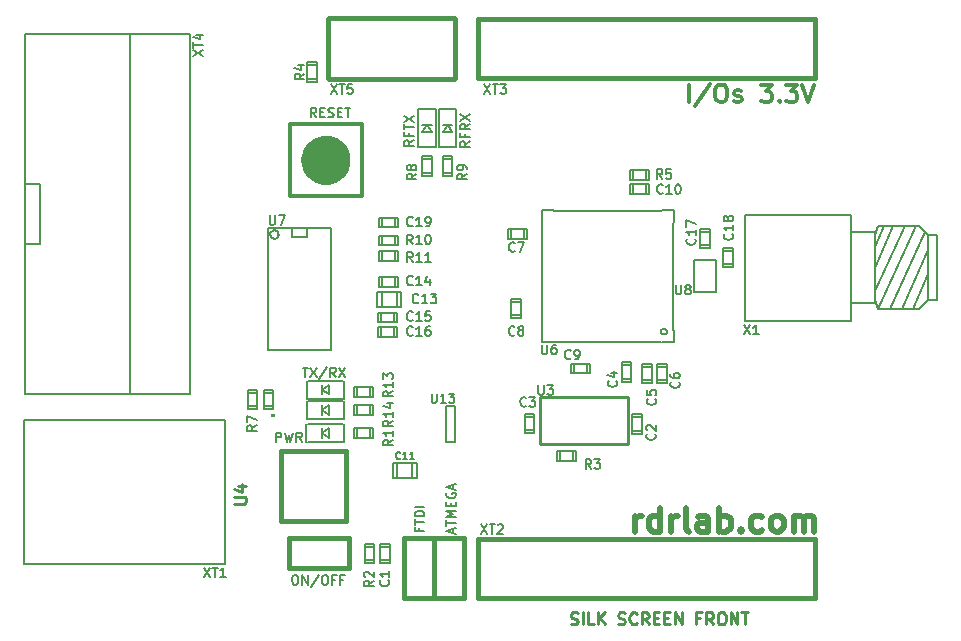
<source format=gto>
G04 (created by PCBNEW-RS274X (2012-01-19 BZR 3256)-stable) date Thu 07 Jun 2012 01:37:20 PM EEST*
G01*
G70*
G90*
%MOIN*%
G04 Gerber Fmt 3.4, Leading zero omitted, Abs format*
%FSLAX34Y34*%
G04 APERTURE LIST*
%ADD10C,0.006000*%
%ADD11C,0.014800*%
%ADD12C,0.019700*%
%ADD13C,0.007900*%
%ADD14C,0.009800*%
%ADD15C,0.005000*%
%ADD16C,0.015000*%
%ADD17C,0.012000*%
%ADD18C,0.100000*%
%ADD19C,0.007500*%
%ADD20C,0.001600*%
%ADD21C,0.005900*%
G04 APERTURE END LIST*
G54D10*
G54D11*
X71426Y-27582D02*
X71426Y-26991D01*
X72129Y-26963D02*
X71622Y-27722D01*
X72438Y-26991D02*
X72551Y-26991D01*
X72607Y-27019D01*
X72663Y-27075D01*
X72692Y-27188D01*
X72692Y-27385D01*
X72663Y-27497D01*
X72607Y-27554D01*
X72551Y-27582D01*
X72438Y-27582D01*
X72382Y-27554D01*
X72326Y-27497D01*
X72298Y-27385D01*
X72298Y-27188D01*
X72326Y-27075D01*
X72382Y-27019D01*
X72438Y-26991D01*
X72917Y-27554D02*
X72973Y-27582D01*
X73085Y-27582D01*
X73142Y-27554D01*
X73170Y-27497D01*
X73170Y-27469D01*
X73142Y-27413D01*
X73085Y-27385D01*
X73001Y-27385D01*
X72945Y-27357D01*
X72917Y-27300D01*
X72917Y-27272D01*
X72945Y-27216D01*
X73001Y-27188D01*
X73085Y-27188D01*
X73142Y-27216D01*
X73816Y-26991D02*
X74182Y-26991D01*
X73985Y-27216D01*
X74070Y-27216D01*
X74126Y-27244D01*
X74154Y-27272D01*
X74182Y-27328D01*
X74182Y-27469D01*
X74154Y-27525D01*
X74126Y-27554D01*
X74070Y-27582D01*
X73901Y-27582D01*
X73845Y-27554D01*
X73816Y-27525D01*
X74436Y-27525D02*
X74464Y-27554D01*
X74436Y-27582D01*
X74408Y-27554D01*
X74436Y-27525D01*
X74436Y-27582D01*
X74660Y-26991D02*
X75026Y-26991D01*
X74829Y-27216D01*
X74914Y-27216D01*
X74970Y-27244D01*
X74998Y-27272D01*
X75026Y-27328D01*
X75026Y-27469D01*
X74998Y-27525D01*
X74970Y-27554D01*
X74914Y-27582D01*
X74745Y-27582D01*
X74689Y-27554D01*
X74660Y-27525D01*
X75195Y-26991D02*
X75392Y-27582D01*
X75589Y-26991D01*
G54D12*
X69619Y-41893D02*
X69619Y-41368D01*
X69619Y-41518D02*
X69657Y-41443D01*
X69694Y-41406D01*
X69769Y-41368D01*
X69844Y-41368D01*
X70444Y-41893D02*
X70444Y-41106D01*
X70444Y-41856D02*
X70369Y-41893D01*
X70219Y-41893D01*
X70144Y-41856D01*
X70106Y-41818D01*
X70069Y-41743D01*
X70069Y-41518D01*
X70106Y-41443D01*
X70144Y-41406D01*
X70219Y-41368D01*
X70369Y-41368D01*
X70444Y-41406D01*
X70818Y-41893D02*
X70818Y-41368D01*
X70818Y-41518D02*
X70856Y-41443D01*
X70893Y-41406D01*
X70968Y-41368D01*
X71043Y-41368D01*
X71418Y-41893D02*
X71343Y-41856D01*
X71305Y-41781D01*
X71305Y-41106D01*
X72055Y-41893D02*
X72055Y-41481D01*
X72017Y-41406D01*
X71942Y-41368D01*
X71792Y-41368D01*
X71717Y-41406D01*
X72055Y-41856D02*
X71980Y-41893D01*
X71792Y-41893D01*
X71717Y-41856D01*
X71680Y-41781D01*
X71680Y-41706D01*
X71717Y-41631D01*
X71792Y-41593D01*
X71980Y-41593D01*
X72055Y-41556D01*
X72429Y-41893D02*
X72429Y-41106D01*
X72429Y-41406D02*
X72504Y-41368D01*
X72654Y-41368D01*
X72729Y-41406D01*
X72767Y-41443D01*
X72804Y-41518D01*
X72804Y-41743D01*
X72767Y-41818D01*
X72729Y-41856D01*
X72654Y-41893D01*
X72504Y-41893D01*
X72429Y-41856D01*
X73141Y-41818D02*
X73179Y-41856D01*
X73141Y-41893D01*
X73104Y-41856D01*
X73141Y-41818D01*
X73141Y-41893D01*
X73854Y-41856D02*
X73779Y-41893D01*
X73629Y-41893D01*
X73554Y-41856D01*
X73516Y-41818D01*
X73479Y-41743D01*
X73479Y-41518D01*
X73516Y-41443D01*
X73554Y-41406D01*
X73629Y-41368D01*
X73779Y-41368D01*
X73854Y-41406D01*
X74304Y-41893D02*
X74229Y-41856D01*
X74191Y-41818D01*
X74154Y-41743D01*
X74154Y-41518D01*
X74191Y-41443D01*
X74229Y-41406D01*
X74304Y-41368D01*
X74416Y-41368D01*
X74491Y-41406D01*
X74529Y-41443D01*
X74566Y-41518D01*
X74566Y-41743D01*
X74529Y-41818D01*
X74491Y-41856D01*
X74416Y-41893D01*
X74304Y-41893D01*
X74903Y-41893D02*
X74903Y-41368D01*
X74903Y-41443D02*
X74941Y-41406D01*
X75016Y-41368D01*
X75128Y-41368D01*
X75203Y-41406D01*
X75241Y-41481D01*
X75241Y-41893D01*
X75241Y-41481D02*
X75278Y-41406D01*
X75353Y-41368D01*
X75466Y-41368D01*
X75540Y-41406D01*
X75578Y-41481D01*
X75578Y-41893D01*
G54D13*
X64103Y-28888D02*
X63953Y-28993D01*
X64103Y-29068D02*
X63788Y-29068D01*
X63788Y-28948D01*
X63803Y-28918D01*
X63818Y-28903D01*
X63848Y-28888D01*
X63893Y-28888D01*
X63923Y-28903D01*
X63938Y-28918D01*
X63953Y-28948D01*
X63953Y-29068D01*
X63938Y-28648D02*
X63938Y-28753D01*
X64103Y-28753D02*
X63788Y-28753D01*
X63788Y-28603D01*
X64103Y-28303D02*
X63953Y-28408D01*
X64103Y-28483D02*
X63788Y-28483D01*
X63788Y-28363D01*
X63803Y-28333D01*
X63818Y-28318D01*
X63848Y-28303D01*
X63893Y-28303D01*
X63923Y-28318D01*
X63938Y-28333D01*
X63953Y-28363D01*
X63953Y-28483D01*
X63788Y-28198D02*
X64103Y-27988D01*
X63788Y-27988D02*
X64103Y-28198D01*
X62233Y-28850D02*
X62083Y-28955D01*
X62233Y-29030D02*
X61918Y-29030D01*
X61918Y-28910D01*
X61933Y-28880D01*
X61948Y-28865D01*
X61978Y-28850D01*
X62023Y-28850D01*
X62053Y-28865D01*
X62068Y-28880D01*
X62083Y-28910D01*
X62083Y-29030D01*
X62068Y-28610D02*
X62068Y-28715D01*
X62233Y-28715D02*
X61918Y-28715D01*
X61918Y-28565D01*
X61918Y-28490D02*
X61918Y-28310D01*
X62233Y-28400D02*
X61918Y-28400D01*
X61918Y-28235D02*
X62233Y-28025D01*
X61918Y-28025D02*
X62233Y-28235D01*
X58540Y-36426D02*
X58720Y-36426D01*
X58630Y-36741D02*
X58630Y-36426D01*
X58795Y-36426D02*
X59005Y-36741D01*
X59005Y-36426D02*
X58795Y-36741D01*
X59350Y-36411D02*
X59080Y-36816D01*
X59635Y-36741D02*
X59530Y-36591D01*
X59455Y-36741D02*
X59455Y-36426D01*
X59575Y-36426D01*
X59605Y-36441D01*
X59620Y-36456D01*
X59635Y-36486D01*
X59635Y-36531D01*
X59620Y-36561D01*
X59605Y-36576D01*
X59575Y-36591D01*
X59455Y-36591D01*
X59740Y-36426D02*
X59950Y-36741D01*
X59950Y-36426D02*
X59740Y-36741D01*
X57651Y-38907D02*
X57651Y-38592D01*
X57771Y-38592D01*
X57801Y-38607D01*
X57816Y-38622D01*
X57831Y-38652D01*
X57831Y-38697D01*
X57816Y-38727D01*
X57801Y-38742D01*
X57771Y-38757D01*
X57651Y-38757D01*
X57936Y-38592D02*
X58011Y-38907D01*
X58071Y-38682D01*
X58131Y-38907D01*
X58206Y-38592D01*
X58506Y-38907D02*
X58401Y-38757D01*
X58326Y-38907D02*
X58326Y-38592D01*
X58446Y-38592D01*
X58476Y-38607D01*
X58491Y-38622D01*
X58506Y-38652D01*
X58506Y-38697D01*
X58491Y-38727D01*
X58476Y-38742D01*
X58446Y-38757D01*
X58326Y-38757D01*
X58992Y-28080D02*
X58887Y-27930D01*
X58812Y-28080D02*
X58812Y-27765D01*
X58932Y-27765D01*
X58962Y-27780D01*
X58977Y-27795D01*
X58992Y-27825D01*
X58992Y-27870D01*
X58977Y-27900D01*
X58962Y-27915D01*
X58932Y-27930D01*
X58812Y-27930D01*
X59127Y-27915D02*
X59232Y-27915D01*
X59277Y-28080D02*
X59127Y-28080D01*
X59127Y-27765D01*
X59277Y-27765D01*
X59397Y-28065D02*
X59442Y-28080D01*
X59517Y-28080D01*
X59547Y-28065D01*
X59562Y-28050D01*
X59577Y-28020D01*
X59577Y-27990D01*
X59562Y-27960D01*
X59547Y-27945D01*
X59517Y-27930D01*
X59457Y-27915D01*
X59427Y-27900D01*
X59412Y-27885D01*
X59397Y-27855D01*
X59397Y-27825D01*
X59412Y-27795D01*
X59427Y-27780D01*
X59457Y-27765D01*
X59532Y-27765D01*
X59577Y-27780D01*
X59712Y-27915D02*
X59817Y-27915D01*
X59862Y-28080D02*
X59712Y-28080D01*
X59712Y-27765D01*
X59862Y-27765D01*
X59952Y-27765D02*
X60132Y-27765D01*
X60042Y-28080D02*
X60042Y-27765D01*
X63551Y-41942D02*
X63551Y-41792D01*
X63641Y-41972D02*
X63326Y-41867D01*
X63641Y-41762D01*
X63326Y-41702D02*
X63326Y-41522D01*
X63641Y-41612D02*
X63326Y-41612D01*
X63641Y-41417D02*
X63326Y-41417D01*
X63551Y-41312D01*
X63326Y-41207D01*
X63641Y-41207D01*
X63476Y-41057D02*
X63476Y-40952D01*
X63641Y-40907D02*
X63641Y-41057D01*
X63326Y-41057D01*
X63326Y-40907D01*
X63341Y-40607D02*
X63326Y-40637D01*
X63326Y-40682D01*
X63341Y-40727D01*
X63371Y-40757D01*
X63401Y-40772D01*
X63461Y-40787D01*
X63506Y-40787D01*
X63566Y-40772D01*
X63596Y-40757D01*
X63626Y-40727D01*
X63641Y-40682D01*
X63641Y-40652D01*
X63626Y-40607D01*
X63611Y-40592D01*
X63506Y-40592D01*
X63506Y-40652D01*
X63551Y-40472D02*
X63551Y-40322D01*
X63641Y-40502D02*
X63326Y-40397D01*
X63641Y-40292D01*
X62432Y-41783D02*
X62432Y-41888D01*
X62597Y-41888D02*
X62282Y-41888D01*
X62282Y-41738D01*
X62282Y-41663D02*
X62282Y-41483D01*
X62597Y-41573D02*
X62282Y-41573D01*
X62597Y-41378D02*
X62282Y-41378D01*
X62282Y-41303D01*
X62297Y-41258D01*
X62327Y-41228D01*
X62357Y-41213D01*
X62417Y-41198D01*
X62462Y-41198D01*
X62522Y-41213D01*
X62552Y-41228D01*
X62582Y-41258D01*
X62597Y-41303D01*
X62597Y-41378D01*
X62597Y-41063D02*
X62282Y-41063D01*
X58260Y-43345D02*
X58320Y-43345D01*
X58350Y-43360D01*
X58380Y-43390D01*
X58395Y-43450D01*
X58395Y-43555D01*
X58380Y-43615D01*
X58350Y-43645D01*
X58320Y-43660D01*
X58260Y-43660D01*
X58230Y-43645D01*
X58200Y-43615D01*
X58185Y-43555D01*
X58185Y-43450D01*
X58200Y-43390D01*
X58230Y-43360D01*
X58260Y-43345D01*
X58530Y-43660D02*
X58530Y-43345D01*
X58710Y-43660D01*
X58710Y-43345D01*
X59085Y-43330D02*
X58815Y-43735D01*
X59250Y-43345D02*
X59310Y-43345D01*
X59340Y-43360D01*
X59370Y-43390D01*
X59385Y-43450D01*
X59385Y-43555D01*
X59370Y-43615D01*
X59340Y-43645D01*
X59310Y-43660D01*
X59250Y-43660D01*
X59220Y-43645D01*
X59190Y-43615D01*
X59175Y-43555D01*
X59175Y-43450D01*
X59190Y-43390D01*
X59220Y-43360D01*
X59250Y-43345D01*
X59625Y-43495D02*
X59520Y-43495D01*
X59520Y-43660D02*
X59520Y-43345D01*
X59670Y-43345D01*
X59895Y-43495D02*
X59790Y-43495D01*
X59790Y-43660D02*
X59790Y-43345D01*
X59940Y-43345D01*
G54D14*
X67477Y-44965D02*
X67533Y-44983D01*
X67627Y-44983D01*
X67665Y-44965D01*
X67683Y-44946D01*
X67702Y-44908D01*
X67702Y-44871D01*
X67683Y-44833D01*
X67665Y-44815D01*
X67627Y-44796D01*
X67552Y-44777D01*
X67515Y-44758D01*
X67496Y-44740D01*
X67477Y-44702D01*
X67477Y-44665D01*
X67496Y-44627D01*
X67515Y-44608D01*
X67552Y-44589D01*
X67646Y-44589D01*
X67702Y-44608D01*
X67871Y-44983D02*
X67871Y-44589D01*
X68246Y-44983D02*
X68059Y-44983D01*
X68059Y-44589D01*
X68378Y-44983D02*
X68378Y-44589D01*
X68603Y-44983D02*
X68434Y-44758D01*
X68603Y-44589D02*
X68378Y-44815D01*
X69053Y-44965D02*
X69109Y-44983D01*
X69203Y-44983D01*
X69241Y-44965D01*
X69259Y-44946D01*
X69278Y-44908D01*
X69278Y-44871D01*
X69259Y-44833D01*
X69241Y-44815D01*
X69203Y-44796D01*
X69128Y-44777D01*
X69091Y-44758D01*
X69072Y-44740D01*
X69053Y-44702D01*
X69053Y-44665D01*
X69072Y-44627D01*
X69091Y-44608D01*
X69128Y-44589D01*
X69222Y-44589D01*
X69278Y-44608D01*
X69672Y-44946D02*
X69653Y-44965D01*
X69597Y-44983D01*
X69559Y-44983D01*
X69503Y-44965D01*
X69466Y-44927D01*
X69447Y-44890D01*
X69428Y-44815D01*
X69428Y-44758D01*
X69447Y-44683D01*
X69466Y-44646D01*
X69503Y-44608D01*
X69559Y-44589D01*
X69597Y-44589D01*
X69653Y-44608D01*
X69672Y-44627D01*
X70066Y-44983D02*
X69935Y-44796D01*
X69841Y-44983D02*
X69841Y-44589D01*
X69991Y-44589D01*
X70028Y-44608D01*
X70047Y-44627D01*
X70066Y-44665D01*
X70066Y-44721D01*
X70047Y-44758D01*
X70028Y-44777D01*
X69991Y-44796D01*
X69841Y-44796D01*
X70235Y-44777D02*
X70366Y-44777D01*
X70422Y-44983D02*
X70235Y-44983D01*
X70235Y-44589D01*
X70422Y-44589D01*
X70591Y-44777D02*
X70722Y-44777D01*
X70778Y-44983D02*
X70591Y-44983D01*
X70591Y-44589D01*
X70778Y-44589D01*
X70947Y-44983D02*
X70947Y-44589D01*
X71172Y-44983D01*
X71172Y-44589D01*
X71791Y-44777D02*
X71660Y-44777D01*
X71660Y-44983D02*
X71660Y-44589D01*
X71847Y-44589D01*
X72223Y-44983D02*
X72092Y-44796D01*
X71998Y-44983D02*
X71998Y-44589D01*
X72148Y-44589D01*
X72185Y-44608D01*
X72204Y-44627D01*
X72223Y-44665D01*
X72223Y-44721D01*
X72204Y-44758D01*
X72185Y-44777D01*
X72148Y-44796D01*
X71998Y-44796D01*
X72467Y-44589D02*
X72542Y-44589D01*
X72579Y-44608D01*
X72617Y-44646D01*
X72636Y-44721D01*
X72636Y-44852D01*
X72617Y-44927D01*
X72579Y-44965D01*
X72542Y-44983D01*
X72467Y-44983D01*
X72429Y-44965D01*
X72392Y-44927D01*
X72373Y-44852D01*
X72373Y-44721D01*
X72392Y-44646D01*
X72429Y-44608D01*
X72467Y-44589D01*
X72805Y-44983D02*
X72805Y-44589D01*
X73030Y-44983D01*
X73030Y-44589D01*
X73162Y-44589D02*
X73387Y-44589D01*
X73274Y-44983D02*
X73274Y-44589D01*
G54D15*
X57736Y-31989D02*
X57733Y-32016D01*
X57725Y-32042D01*
X57712Y-32067D01*
X57695Y-32088D01*
X57673Y-32105D01*
X57649Y-32118D01*
X57623Y-32127D01*
X57595Y-32129D01*
X57569Y-32127D01*
X57543Y-32119D01*
X57518Y-32106D01*
X57497Y-32089D01*
X57479Y-32068D01*
X57466Y-32044D01*
X57458Y-32018D01*
X57455Y-31990D01*
X57457Y-31964D01*
X57464Y-31938D01*
X57477Y-31913D01*
X57494Y-31892D01*
X57515Y-31874D01*
X57539Y-31860D01*
X57565Y-31852D01*
X57593Y-31849D01*
X57619Y-31851D01*
X57645Y-31858D01*
X57670Y-31870D01*
X57692Y-31887D01*
X57710Y-31908D01*
X57723Y-31932D01*
X57732Y-31958D01*
X57735Y-31986D01*
X57736Y-31989D01*
X58695Y-31789D02*
X58695Y-32089D01*
X58695Y-32089D02*
X58195Y-32089D01*
X58195Y-32089D02*
X58195Y-31789D01*
X57395Y-35839D02*
X57395Y-31789D01*
X59495Y-31789D02*
X59495Y-35839D01*
X59495Y-31789D02*
X57395Y-31789D01*
X59495Y-35839D02*
X57395Y-35839D01*
X63315Y-38907D02*
X63315Y-37707D01*
X63315Y-37707D02*
X63615Y-37707D01*
X63615Y-37707D02*
X63615Y-38907D01*
X63615Y-38907D02*
X63315Y-38907D01*
G54D13*
X77618Y-31920D02*
X77618Y-34282D01*
X79685Y-34184D02*
X79390Y-34184D01*
X79390Y-33298D02*
X78898Y-34479D01*
X79390Y-32510D02*
X78504Y-34479D01*
X79291Y-31920D02*
X78110Y-34479D01*
X78996Y-31723D02*
X77716Y-34479D01*
X78602Y-31723D02*
X77618Y-33888D01*
X79390Y-32018D02*
X79390Y-34184D01*
X78209Y-31723D02*
X77618Y-33101D01*
X77913Y-31723D02*
X77618Y-32412D01*
X77618Y-34184D02*
X77716Y-34479D01*
X79685Y-32018D02*
X79685Y-34184D01*
X79390Y-34184D02*
X79094Y-34479D01*
X79094Y-34479D02*
X77716Y-34479D01*
X77618Y-34282D02*
X76831Y-34282D01*
X79685Y-32018D02*
X79390Y-32018D01*
X79390Y-32018D02*
X79094Y-31723D01*
X79094Y-31723D02*
X77716Y-31723D01*
X77716Y-31723D02*
X77618Y-32018D01*
X77618Y-31920D02*
X76831Y-31920D01*
X73287Y-33101D02*
X73287Y-31329D01*
X73287Y-31329D02*
X76831Y-31329D01*
X76831Y-31329D02*
X76831Y-34873D01*
X76831Y-34873D02*
X73287Y-34873D01*
X73287Y-34873D02*
X73287Y-33101D01*
G54D15*
X58688Y-26795D02*
X59008Y-26795D01*
X58998Y-26355D02*
X58688Y-26355D01*
X59008Y-26255D02*
X59008Y-26895D01*
X59008Y-26895D02*
X58688Y-26895D01*
X58688Y-26895D02*
X58688Y-26255D01*
X58688Y-26255D02*
X59008Y-26255D01*
X61178Y-32035D02*
X61178Y-32355D01*
X61618Y-32345D02*
X61618Y-32035D01*
X61718Y-32355D02*
X61078Y-32355D01*
X61078Y-32355D02*
X61078Y-32035D01*
X61078Y-32035D02*
X61718Y-32035D01*
X61718Y-32035D02*
X61718Y-32355D01*
X61178Y-32547D02*
X61178Y-32867D01*
X61618Y-32857D02*
X61618Y-32547D01*
X61718Y-32867D02*
X61078Y-32867D01*
X61078Y-32867D02*
X61078Y-32547D01*
X61078Y-32547D02*
X61718Y-32547D01*
X61718Y-32547D02*
X61718Y-32867D01*
X60350Y-37074D02*
X60350Y-37394D01*
X60790Y-37384D02*
X60790Y-37074D01*
X60890Y-37394D02*
X60250Y-37394D01*
X60250Y-37394D02*
X60250Y-37074D01*
X60250Y-37074D02*
X60890Y-37074D01*
X60890Y-37074D02*
X60890Y-37394D01*
X60927Y-42397D02*
X60607Y-42397D01*
X60617Y-42837D02*
X60927Y-42837D01*
X60607Y-42937D02*
X60607Y-42297D01*
X60607Y-42297D02*
X60927Y-42297D01*
X60927Y-42297D02*
X60927Y-42937D01*
X60927Y-42937D02*
X60607Y-42937D01*
X60350Y-37684D02*
X60350Y-38004D01*
X60790Y-37994D02*
X60790Y-37684D01*
X60890Y-38004D02*
X60250Y-38004D01*
X60250Y-38004D02*
X60250Y-37684D01*
X60250Y-37684D02*
X60890Y-37684D01*
X60890Y-37684D02*
X60890Y-38004D01*
X67543Y-39530D02*
X67543Y-39210D01*
X67103Y-39220D02*
X67103Y-39530D01*
X67003Y-39210D02*
X67643Y-39210D01*
X67643Y-39210D02*
X67643Y-39530D01*
X67643Y-39530D02*
X67003Y-39530D01*
X67003Y-39530D02*
X67003Y-39210D01*
X69984Y-30160D02*
X69984Y-29840D01*
X69544Y-29850D02*
X69544Y-30160D01*
X69444Y-29840D02*
X70084Y-29840D01*
X70084Y-29840D02*
X70084Y-30160D01*
X70084Y-30160D02*
X69444Y-30160D01*
X69444Y-30160D02*
X69444Y-29840D01*
X57021Y-37261D02*
X56701Y-37261D01*
X56711Y-37701D02*
X57021Y-37701D01*
X56701Y-37801D02*
X56701Y-37161D01*
X56701Y-37161D02*
X57021Y-37161D01*
X57021Y-37161D02*
X57021Y-37801D01*
X57021Y-37801D02*
X56701Y-37801D01*
X57563Y-37261D02*
X57243Y-37261D01*
X57253Y-37701D02*
X57563Y-37701D01*
X57243Y-37801D02*
X57243Y-37161D01*
X57243Y-37161D02*
X57563Y-37161D01*
X57563Y-37161D02*
X57563Y-37801D01*
X57563Y-37801D02*
X57243Y-37801D01*
X60790Y-38762D02*
X60790Y-38442D01*
X60350Y-38452D02*
X60350Y-38762D01*
X60250Y-38442D02*
X60890Y-38442D01*
X60890Y-38442D02*
X60890Y-38762D01*
X60890Y-38762D02*
X60250Y-38762D01*
X60250Y-38762D02*
X60250Y-38442D01*
X63526Y-29485D02*
X63206Y-29485D01*
X63216Y-29925D02*
X63526Y-29925D01*
X63206Y-30025D02*
X63206Y-29385D01*
X63206Y-29385D02*
X63526Y-29385D01*
X63526Y-29385D02*
X63526Y-30025D01*
X63526Y-30025D02*
X63206Y-30025D01*
X62847Y-29485D02*
X62527Y-29485D01*
X62537Y-29925D02*
X62847Y-29925D01*
X62527Y-30025D02*
X62527Y-29385D01*
X62527Y-29385D02*
X62847Y-29385D01*
X62847Y-29385D02*
X62847Y-30025D01*
X62847Y-30025D02*
X62527Y-30025D01*
G54D16*
X64398Y-44102D02*
X75618Y-44102D01*
X64398Y-42134D02*
X75618Y-42134D01*
X75618Y-42126D02*
X75618Y-44094D01*
X64398Y-44094D02*
X64398Y-42126D01*
X64398Y-26779D02*
X75618Y-26779D01*
X64398Y-24811D02*
X75618Y-24811D01*
X75618Y-24803D02*
X75618Y-26771D01*
X64398Y-26771D02*
X64398Y-24803D01*
G54D13*
X59183Y-37993D02*
X59183Y-37679D01*
X59419Y-37993D02*
X59419Y-37679D01*
X59419Y-37679D02*
X59183Y-37836D01*
X59183Y-37836D02*
X59419Y-37993D01*
X59892Y-37541D02*
X58710Y-37541D01*
X58671Y-37541D02*
X58671Y-38131D01*
X58710Y-38131D02*
X59892Y-38131D01*
X59931Y-38131D02*
X59931Y-37541D01*
X59183Y-37324D02*
X59183Y-37010D01*
X59419Y-37324D02*
X59419Y-37010D01*
X59419Y-37010D02*
X59183Y-37167D01*
X59183Y-37167D02*
X59419Y-37324D01*
X59892Y-36872D02*
X58710Y-36872D01*
X58671Y-36872D02*
X58671Y-37462D01*
X58710Y-37462D02*
X59892Y-37462D01*
X59931Y-37462D02*
X59931Y-36872D01*
X62530Y-28327D02*
X62844Y-28327D01*
X62530Y-28563D02*
X62844Y-28563D01*
X62844Y-28563D02*
X62687Y-28327D01*
X62687Y-28327D02*
X62530Y-28563D01*
X62982Y-29036D02*
X62982Y-27854D01*
X62982Y-27815D02*
X62392Y-27815D01*
X62392Y-27854D02*
X62392Y-29036D01*
X62392Y-29075D02*
X62982Y-29075D01*
X63209Y-28327D02*
X63523Y-28327D01*
X63209Y-28563D02*
X63523Y-28563D01*
X63523Y-28563D02*
X63366Y-28327D01*
X63366Y-28327D02*
X63209Y-28563D01*
X63661Y-29036D02*
X63661Y-27854D01*
X63661Y-27815D02*
X63071Y-27815D01*
X63071Y-27854D02*
X63071Y-29036D01*
X63071Y-29075D02*
X63661Y-29075D01*
X59173Y-38759D02*
X59173Y-38445D01*
X59409Y-38759D02*
X59409Y-38445D01*
X59409Y-38445D02*
X59173Y-38602D01*
X59173Y-38602D02*
X59409Y-38759D01*
X59882Y-38307D02*
X58700Y-38307D01*
X58661Y-38307D02*
X58661Y-38897D01*
X58700Y-38897D02*
X59882Y-38897D01*
X59921Y-38897D02*
X59921Y-38307D01*
G54D16*
X63902Y-42110D02*
X63902Y-44110D01*
X63902Y-44110D02*
X62902Y-44110D01*
X62902Y-44110D02*
X62902Y-42110D01*
X62902Y-42110D02*
X63902Y-42110D01*
X58074Y-42122D02*
X60074Y-42122D01*
X60074Y-42122D02*
X60074Y-43122D01*
X60074Y-43122D02*
X58074Y-43122D01*
X58074Y-43122D02*
X58074Y-42122D01*
X62902Y-42110D02*
X62902Y-44110D01*
X62902Y-44110D02*
X61902Y-44110D01*
X61902Y-44110D02*
X61902Y-42110D01*
X61902Y-42110D02*
X62902Y-42110D01*
G54D14*
X66437Y-37402D02*
X69389Y-37402D01*
X69389Y-37402D02*
X69389Y-38976D01*
X69389Y-38976D02*
X66437Y-38976D01*
X66437Y-38976D02*
X66437Y-37402D01*
G54D15*
X61698Y-40121D02*
X61698Y-39621D01*
X62198Y-40121D02*
X62198Y-39631D01*
X62348Y-40121D02*
X61548Y-40121D01*
X61548Y-40121D02*
X61548Y-39621D01*
X61548Y-39621D02*
X62348Y-39621D01*
X62348Y-39621D02*
X62348Y-40121D01*
X61167Y-34414D02*
X61167Y-33914D01*
X61667Y-34414D02*
X61667Y-33924D01*
X61817Y-34414D02*
X61017Y-34414D01*
X61017Y-34414D02*
X61017Y-33914D01*
X61017Y-33914D02*
X61817Y-33914D01*
X61817Y-33914D02*
X61817Y-34414D01*
X61178Y-33413D02*
X61178Y-33733D01*
X61618Y-33723D02*
X61618Y-33413D01*
X61718Y-33733D02*
X61078Y-33733D01*
X61078Y-33733D02*
X61078Y-33413D01*
X61078Y-33413D02*
X61718Y-33413D01*
X61718Y-33413D02*
X61718Y-33733D01*
X61158Y-34594D02*
X61158Y-34914D01*
X61598Y-34904D02*
X61598Y-34594D01*
X61698Y-34914D02*
X61058Y-34914D01*
X61058Y-34914D02*
X61058Y-34594D01*
X61058Y-34594D02*
X61698Y-34594D01*
X61698Y-34594D02*
X61698Y-34914D01*
X69491Y-36355D02*
X69171Y-36355D01*
X69181Y-36795D02*
X69491Y-36795D01*
X69171Y-36895D02*
X69171Y-36255D01*
X69171Y-36255D02*
X69491Y-36255D01*
X69491Y-36255D02*
X69491Y-36895D01*
X69491Y-36895D02*
X69171Y-36895D01*
X71787Y-32347D02*
X72107Y-32347D01*
X72097Y-31907D02*
X71787Y-31907D01*
X72107Y-31807D02*
X72107Y-32447D01*
X72107Y-32447D02*
X71787Y-32447D01*
X71787Y-32447D02*
X71787Y-31807D01*
X71787Y-31807D02*
X72107Y-31807D01*
X61434Y-42402D02*
X61114Y-42402D01*
X61124Y-42842D02*
X61434Y-42842D01*
X61114Y-42942D02*
X61114Y-42302D01*
X61114Y-42302D02*
X61434Y-42302D01*
X61434Y-42302D02*
X61434Y-42942D01*
X61434Y-42942D02*
X61114Y-42942D01*
X72554Y-32977D02*
X72874Y-32977D01*
X72864Y-32537D02*
X72554Y-32537D01*
X72874Y-32437D02*
X72874Y-33077D01*
X72874Y-33077D02*
X72554Y-33077D01*
X72554Y-33077D02*
X72554Y-32437D01*
X72554Y-32437D02*
X72874Y-32437D01*
X70180Y-36394D02*
X69860Y-36394D01*
X69870Y-36834D02*
X70180Y-36834D01*
X69860Y-36934D02*
X69860Y-36294D01*
X69860Y-36294D02*
X70180Y-36294D01*
X70180Y-36294D02*
X70180Y-36934D01*
X70180Y-36934D02*
X69860Y-36934D01*
X70672Y-36394D02*
X70352Y-36394D01*
X70362Y-36834D02*
X70672Y-36834D01*
X70352Y-36934D02*
X70352Y-36294D01*
X70352Y-36294D02*
X70672Y-36294D01*
X70672Y-36294D02*
X70672Y-36934D01*
X70672Y-36934D02*
X70352Y-36934D01*
X61158Y-35086D02*
X61158Y-35406D01*
X61598Y-35396D02*
X61598Y-35086D01*
X61698Y-35406D02*
X61058Y-35406D01*
X61058Y-35406D02*
X61058Y-35086D01*
X61058Y-35086D02*
X61698Y-35086D01*
X61698Y-35086D02*
X61698Y-35406D01*
X65929Y-32129D02*
X65929Y-31809D01*
X65489Y-31819D02*
X65489Y-32129D01*
X65389Y-31809D02*
X66029Y-31809D01*
X66029Y-31809D02*
X66029Y-32129D01*
X66029Y-32129D02*
X65389Y-32129D01*
X65389Y-32129D02*
X65389Y-31809D01*
X65810Y-34249D02*
X65490Y-34249D01*
X65500Y-34689D02*
X65810Y-34689D01*
X65490Y-34789D02*
X65490Y-34149D01*
X65490Y-34149D02*
X65810Y-34149D01*
X65810Y-34149D02*
X65810Y-34789D01*
X65810Y-34789D02*
X65490Y-34789D01*
X68015Y-36617D02*
X68015Y-36297D01*
X67575Y-36307D02*
X67575Y-36617D01*
X67475Y-36297D02*
X68115Y-36297D01*
X68115Y-36297D02*
X68115Y-36617D01*
X68115Y-36617D02*
X67475Y-36617D01*
X67475Y-36617D02*
X67475Y-36297D01*
X61178Y-31425D02*
X61178Y-31745D01*
X61618Y-31735D02*
X61618Y-31425D01*
X61718Y-31745D02*
X61078Y-31745D01*
X61078Y-31745D02*
X61078Y-31425D01*
X61078Y-31425D02*
X61718Y-31425D01*
X61718Y-31425D02*
X61718Y-31745D01*
X69544Y-30312D02*
X69544Y-30632D01*
X69984Y-30622D02*
X69984Y-30312D01*
X70084Y-30632D02*
X69444Y-30632D01*
X69444Y-30632D02*
X69444Y-30312D01*
X69444Y-30312D02*
X70084Y-30312D01*
X70084Y-30312D02*
X70084Y-30632D01*
X65942Y-38507D02*
X66262Y-38507D01*
X66252Y-38067D02*
X65942Y-38067D01*
X66262Y-37967D02*
X66262Y-38607D01*
X66262Y-38607D02*
X65942Y-38607D01*
X65942Y-38607D02*
X65942Y-37967D01*
X65942Y-37967D02*
X66262Y-37967D01*
X69845Y-38087D02*
X69525Y-38087D01*
X69535Y-38527D02*
X69845Y-38527D01*
X69525Y-38627D02*
X69525Y-37987D01*
X69525Y-37987D02*
X69845Y-37987D01*
X69845Y-37987D02*
X69845Y-38627D01*
X69845Y-38627D02*
X69525Y-38627D01*
G54D16*
X59980Y-40373D02*
X59980Y-41554D01*
X59980Y-41554D02*
X57815Y-41554D01*
X57815Y-41554D02*
X57815Y-39192D01*
X57815Y-39192D02*
X59980Y-39192D01*
X59980Y-39192D02*
X59980Y-40373D01*
G54D13*
X71573Y-32856D02*
X72321Y-32856D01*
X71573Y-33918D02*
X72321Y-33918D01*
X72321Y-32875D02*
X72321Y-33879D01*
X71572Y-32875D02*
X71572Y-33879D01*
G54D16*
X59406Y-26811D02*
X63579Y-26811D01*
X59406Y-24763D02*
X63579Y-24763D01*
X63614Y-24803D02*
X63614Y-26771D01*
X59394Y-26771D02*
X59394Y-24803D01*
G54D15*
X49237Y-38171D02*
X49237Y-42971D01*
X49237Y-42971D02*
X55937Y-42971D01*
X55937Y-42971D02*
X55937Y-38171D01*
X55937Y-38171D02*
X49237Y-38171D01*
G54D13*
X49280Y-32299D02*
X49780Y-32299D01*
X49780Y-32299D02*
X49780Y-30299D01*
X49780Y-30299D02*
X49280Y-30299D01*
X52780Y-37299D02*
X54780Y-37299D01*
X52780Y-25299D02*
X54780Y-25299D01*
X52780Y-31299D02*
X52780Y-25299D01*
X52780Y-25299D02*
X49280Y-25299D01*
X49280Y-25299D02*
X49280Y-30299D01*
X52780Y-37299D02*
X49280Y-37299D01*
X52780Y-31299D02*
X52780Y-37299D01*
X54780Y-31299D02*
X54780Y-37299D01*
X54780Y-31299D02*
X54780Y-25299D01*
X49280Y-30299D02*
X49280Y-37299D01*
X66899Y-35587D02*
X66499Y-35587D01*
X66499Y-35587D02*
X66499Y-35187D01*
X70899Y-35187D02*
X70899Y-35587D01*
X70899Y-35587D02*
X70499Y-35587D01*
X66899Y-31187D02*
X66499Y-31187D01*
X66499Y-31187D02*
X66499Y-31587D01*
X70899Y-31587D02*
X70899Y-31187D01*
X70899Y-31187D02*
X70499Y-31187D01*
X70675Y-35225D02*
X70673Y-35244D01*
X70667Y-35262D01*
X70658Y-35279D01*
X70646Y-35294D01*
X70631Y-35306D01*
X70614Y-35315D01*
X70596Y-35320D01*
X70577Y-35322D01*
X70559Y-35321D01*
X70541Y-35315D01*
X70524Y-35307D01*
X70509Y-35295D01*
X70497Y-35280D01*
X70487Y-35263D01*
X70482Y-35245D01*
X70480Y-35226D01*
X70481Y-35208D01*
X70486Y-35189D01*
X70495Y-35172D01*
X70507Y-35157D01*
X70522Y-35145D01*
X70538Y-35136D01*
X70556Y-35130D01*
X70575Y-35128D01*
X70594Y-35129D01*
X70612Y-35134D01*
X70629Y-35143D01*
X70644Y-35155D01*
X70657Y-35169D01*
X70666Y-35186D01*
X70672Y-35204D01*
X70674Y-35223D01*
X70675Y-35225D01*
X70871Y-33387D02*
X70871Y-35159D01*
X70471Y-35559D02*
X66927Y-35559D01*
X66527Y-35159D02*
X66527Y-31615D01*
X66927Y-31215D02*
X70471Y-31215D01*
X70871Y-31615D02*
X70871Y-33387D01*
G54D17*
X58111Y-30718D02*
X58111Y-28318D01*
X58111Y-28318D02*
X60511Y-28318D01*
X60511Y-28318D02*
X60511Y-30718D01*
X60511Y-30718D02*
X58111Y-30718D01*
G54D18*
X59627Y-29518D02*
X59620Y-29579D01*
X59603Y-29638D01*
X59574Y-29692D01*
X59535Y-29740D01*
X59487Y-29779D01*
X59433Y-29809D01*
X59374Y-29827D01*
X59313Y-29833D01*
X59252Y-29828D01*
X59193Y-29810D01*
X59138Y-29782D01*
X59090Y-29743D01*
X59051Y-29696D01*
X59021Y-29642D01*
X59002Y-29583D01*
X58996Y-29522D01*
X59001Y-29461D01*
X59018Y-29402D01*
X59046Y-29347D01*
X59084Y-29299D01*
X59131Y-29259D01*
X59185Y-29229D01*
X59244Y-29210D01*
X59305Y-29203D01*
X59365Y-29207D01*
X59425Y-29224D01*
X59480Y-29252D01*
X59528Y-29290D01*
X59569Y-29336D01*
X59599Y-29390D01*
X59619Y-29448D01*
X59626Y-29510D01*
X59627Y-29518D01*
G54D13*
X57437Y-31357D02*
X57437Y-31612D01*
X57452Y-31642D01*
X57467Y-31657D01*
X57497Y-31672D01*
X57557Y-31672D01*
X57587Y-31657D01*
X57602Y-31642D01*
X57617Y-31612D01*
X57617Y-31357D01*
X57737Y-31357D02*
X57947Y-31357D01*
X57812Y-31672D01*
G54D19*
X62837Y-37301D02*
X62837Y-37544D01*
X62852Y-37573D01*
X62866Y-37587D01*
X62895Y-37601D01*
X62952Y-37601D01*
X62980Y-37587D01*
X62995Y-37573D01*
X63009Y-37544D01*
X63009Y-37301D01*
X63309Y-37601D02*
X63137Y-37601D01*
X63223Y-37601D02*
X63223Y-37301D01*
X63194Y-37344D01*
X63166Y-37373D01*
X63137Y-37387D01*
X63409Y-37301D02*
X63595Y-37301D01*
X63495Y-37416D01*
X63537Y-37416D01*
X63566Y-37430D01*
X63580Y-37444D01*
X63595Y-37473D01*
X63595Y-37544D01*
X63580Y-37573D01*
X63566Y-37587D01*
X63537Y-37601D01*
X63452Y-37601D01*
X63423Y-37587D01*
X63409Y-37573D01*
G54D13*
X73249Y-35009D02*
X73459Y-35324D01*
X73459Y-35009D02*
X73249Y-35324D01*
X73744Y-35324D02*
X73564Y-35324D01*
X73654Y-35324D02*
X73654Y-35009D01*
X73624Y-35054D01*
X73594Y-35084D01*
X73564Y-35099D01*
X58592Y-26627D02*
X58442Y-26732D01*
X58592Y-26807D02*
X58277Y-26807D01*
X58277Y-26687D01*
X58292Y-26657D01*
X58307Y-26642D01*
X58337Y-26627D01*
X58382Y-26627D01*
X58412Y-26642D01*
X58427Y-26657D01*
X58442Y-26687D01*
X58442Y-26807D01*
X58382Y-26357D02*
X58592Y-26357D01*
X58262Y-26432D02*
X58487Y-26507D01*
X58487Y-26312D01*
X62200Y-32312D02*
X62095Y-32162D01*
X62020Y-32312D02*
X62020Y-31997D01*
X62140Y-31997D01*
X62170Y-32012D01*
X62185Y-32027D01*
X62200Y-32057D01*
X62200Y-32102D01*
X62185Y-32132D01*
X62170Y-32147D01*
X62140Y-32162D01*
X62020Y-32162D01*
X62500Y-32312D02*
X62320Y-32312D01*
X62410Y-32312D02*
X62410Y-31997D01*
X62380Y-32042D01*
X62350Y-32072D01*
X62320Y-32087D01*
X62695Y-31997D02*
X62725Y-31997D01*
X62755Y-32012D01*
X62770Y-32027D01*
X62785Y-32057D01*
X62800Y-32117D01*
X62800Y-32192D01*
X62785Y-32252D01*
X62770Y-32282D01*
X62755Y-32297D01*
X62725Y-32312D01*
X62695Y-32312D01*
X62665Y-32297D01*
X62650Y-32282D01*
X62635Y-32252D01*
X62620Y-32192D01*
X62620Y-32117D01*
X62635Y-32057D01*
X62650Y-32027D01*
X62665Y-32012D01*
X62695Y-31997D01*
X62200Y-32903D02*
X62095Y-32753D01*
X62020Y-32903D02*
X62020Y-32588D01*
X62140Y-32588D01*
X62170Y-32603D01*
X62185Y-32618D01*
X62200Y-32648D01*
X62200Y-32693D01*
X62185Y-32723D01*
X62170Y-32738D01*
X62140Y-32753D01*
X62020Y-32753D01*
X62500Y-32903D02*
X62320Y-32903D01*
X62410Y-32903D02*
X62410Y-32588D01*
X62380Y-32633D01*
X62350Y-32663D01*
X62320Y-32678D01*
X62800Y-32903D02*
X62620Y-32903D01*
X62710Y-32903D02*
X62710Y-32588D01*
X62680Y-32633D01*
X62650Y-32663D01*
X62620Y-32678D01*
X61544Y-37210D02*
X61394Y-37315D01*
X61544Y-37390D02*
X61229Y-37390D01*
X61229Y-37270D01*
X61244Y-37240D01*
X61259Y-37225D01*
X61289Y-37210D01*
X61334Y-37210D01*
X61364Y-37225D01*
X61379Y-37240D01*
X61394Y-37270D01*
X61394Y-37390D01*
X61544Y-36910D02*
X61544Y-37090D01*
X61544Y-37000D02*
X61229Y-37000D01*
X61274Y-37030D01*
X61304Y-37060D01*
X61319Y-37090D01*
X61229Y-36805D02*
X61229Y-36610D01*
X61349Y-36715D01*
X61349Y-36670D01*
X61364Y-36640D01*
X61379Y-36625D01*
X61409Y-36610D01*
X61484Y-36610D01*
X61514Y-36625D01*
X61529Y-36640D01*
X61544Y-36670D01*
X61544Y-36760D01*
X61529Y-36790D01*
X61514Y-36805D01*
X60905Y-43526D02*
X60755Y-43631D01*
X60905Y-43706D02*
X60590Y-43706D01*
X60590Y-43586D01*
X60605Y-43556D01*
X60620Y-43541D01*
X60650Y-43526D01*
X60695Y-43526D01*
X60725Y-43541D01*
X60740Y-43556D01*
X60755Y-43586D01*
X60755Y-43706D01*
X60620Y-43406D02*
X60605Y-43391D01*
X60590Y-43361D01*
X60590Y-43286D01*
X60605Y-43256D01*
X60620Y-43241D01*
X60650Y-43226D01*
X60680Y-43226D01*
X60725Y-43241D01*
X60905Y-43421D01*
X60905Y-43226D01*
X61544Y-38194D02*
X61394Y-38299D01*
X61544Y-38374D02*
X61229Y-38374D01*
X61229Y-38254D01*
X61244Y-38224D01*
X61259Y-38209D01*
X61289Y-38194D01*
X61334Y-38194D01*
X61364Y-38209D01*
X61379Y-38224D01*
X61394Y-38254D01*
X61394Y-38374D01*
X61544Y-37894D02*
X61544Y-38074D01*
X61544Y-37984D02*
X61229Y-37984D01*
X61274Y-38014D01*
X61304Y-38044D01*
X61319Y-38074D01*
X61334Y-37624D02*
X61544Y-37624D01*
X61214Y-37699D02*
X61439Y-37774D01*
X61439Y-37579D01*
X68157Y-39792D02*
X68052Y-39642D01*
X67977Y-39792D02*
X67977Y-39477D01*
X68097Y-39477D01*
X68127Y-39492D01*
X68142Y-39507D01*
X68157Y-39537D01*
X68157Y-39582D01*
X68142Y-39612D01*
X68127Y-39627D01*
X68097Y-39642D01*
X67977Y-39642D01*
X68262Y-39477D02*
X68457Y-39477D01*
X68352Y-39597D01*
X68397Y-39597D01*
X68427Y-39612D01*
X68442Y-39627D01*
X68457Y-39657D01*
X68457Y-39732D01*
X68442Y-39762D01*
X68427Y-39777D01*
X68397Y-39792D01*
X68307Y-39792D01*
X68277Y-39777D01*
X68262Y-39762D01*
X70529Y-30137D02*
X70424Y-29987D01*
X70349Y-30137D02*
X70349Y-29822D01*
X70469Y-29822D01*
X70499Y-29837D01*
X70514Y-29852D01*
X70529Y-29882D01*
X70529Y-29927D01*
X70514Y-29957D01*
X70499Y-29972D01*
X70469Y-29987D01*
X70349Y-29987D01*
X70814Y-29822D02*
X70664Y-29822D01*
X70649Y-29972D01*
X70664Y-29957D01*
X70694Y-29942D01*
X70769Y-29942D01*
X70799Y-29957D01*
X70814Y-29972D01*
X70829Y-30002D01*
X70829Y-30077D01*
X70814Y-30107D01*
X70799Y-30122D01*
X70769Y-30137D01*
X70694Y-30137D01*
X70664Y-30122D01*
X70649Y-30107D01*
X57007Y-38349D02*
X56857Y-38454D01*
X57007Y-38529D02*
X56692Y-38529D01*
X56692Y-38409D01*
X56707Y-38379D01*
X56722Y-38364D01*
X56752Y-38349D01*
X56797Y-38349D01*
X56827Y-38364D01*
X56842Y-38379D01*
X56857Y-38409D01*
X56857Y-38529D01*
X56692Y-38244D02*
X56692Y-38034D01*
X57007Y-38169D01*
G54D20*
X57518Y-38043D02*
X57492Y-38006D01*
X57473Y-38043D02*
X57473Y-37964D01*
X57503Y-37964D01*
X57510Y-37968D01*
X57514Y-37972D01*
X57518Y-37980D01*
X57518Y-37991D01*
X57514Y-37998D01*
X57510Y-38002D01*
X57503Y-38006D01*
X57473Y-38006D01*
X57586Y-37964D02*
X57571Y-37964D01*
X57563Y-37968D01*
X57559Y-37972D01*
X57552Y-37983D01*
X57548Y-37998D01*
X57548Y-38028D01*
X57552Y-38036D01*
X57556Y-38040D01*
X57563Y-38043D01*
X57578Y-38043D01*
X57586Y-38040D01*
X57589Y-38036D01*
X57593Y-38028D01*
X57593Y-38010D01*
X57589Y-38002D01*
X57586Y-37998D01*
X57578Y-37995D01*
X57563Y-37995D01*
X57556Y-37998D01*
X57552Y-38002D01*
X57548Y-38010D01*
G54D13*
X61544Y-38832D02*
X61394Y-38937D01*
X61544Y-39012D02*
X61229Y-39012D01*
X61229Y-38892D01*
X61244Y-38862D01*
X61259Y-38847D01*
X61289Y-38832D01*
X61334Y-38832D01*
X61364Y-38847D01*
X61379Y-38862D01*
X61394Y-38892D01*
X61394Y-39012D01*
X61544Y-38532D02*
X61544Y-38712D01*
X61544Y-38622D02*
X61229Y-38622D01*
X61274Y-38652D01*
X61304Y-38682D01*
X61319Y-38712D01*
X64005Y-29973D02*
X63855Y-30078D01*
X64005Y-30153D02*
X63690Y-30153D01*
X63690Y-30033D01*
X63705Y-30003D01*
X63720Y-29988D01*
X63750Y-29973D01*
X63795Y-29973D01*
X63825Y-29988D01*
X63840Y-30003D01*
X63855Y-30033D01*
X63855Y-30153D01*
X64005Y-29823D02*
X64005Y-29763D01*
X63990Y-29733D01*
X63975Y-29718D01*
X63930Y-29688D01*
X63870Y-29673D01*
X63750Y-29673D01*
X63720Y-29688D01*
X63705Y-29703D01*
X63690Y-29733D01*
X63690Y-29793D01*
X63705Y-29823D01*
X63720Y-29838D01*
X63750Y-29853D01*
X63825Y-29853D01*
X63855Y-29838D01*
X63870Y-29823D01*
X63885Y-29793D01*
X63885Y-29733D01*
X63870Y-29703D01*
X63855Y-29688D01*
X63825Y-29673D01*
X62332Y-29973D02*
X62182Y-30078D01*
X62332Y-30153D02*
X62017Y-30153D01*
X62017Y-30033D01*
X62032Y-30003D01*
X62047Y-29988D01*
X62077Y-29973D01*
X62122Y-29973D01*
X62152Y-29988D01*
X62167Y-30003D01*
X62182Y-30033D01*
X62182Y-30153D01*
X62152Y-29793D02*
X62137Y-29823D01*
X62122Y-29838D01*
X62092Y-29853D01*
X62077Y-29853D01*
X62047Y-29838D01*
X62032Y-29823D01*
X62017Y-29793D01*
X62017Y-29733D01*
X62032Y-29703D01*
X62047Y-29688D01*
X62077Y-29673D01*
X62092Y-29673D01*
X62122Y-29688D01*
X62137Y-29703D01*
X62152Y-29733D01*
X62152Y-29793D01*
X62167Y-29823D01*
X62182Y-29838D01*
X62212Y-29853D01*
X62272Y-29853D01*
X62302Y-29838D01*
X62317Y-29823D01*
X62332Y-29793D01*
X62332Y-29733D01*
X62317Y-29703D01*
X62302Y-29688D01*
X62272Y-29673D01*
X62212Y-29673D01*
X62182Y-29688D01*
X62167Y-29703D01*
X62152Y-29733D01*
X64487Y-41643D02*
X64697Y-41958D01*
X64697Y-41643D02*
X64487Y-41958D01*
X64772Y-41643D02*
X64952Y-41643D01*
X64862Y-41958D02*
X64862Y-41643D01*
X65042Y-41673D02*
X65057Y-41658D01*
X65087Y-41643D01*
X65162Y-41643D01*
X65192Y-41658D01*
X65207Y-41673D01*
X65222Y-41703D01*
X65222Y-41733D01*
X65207Y-41778D01*
X65027Y-41958D01*
X65222Y-41958D01*
X64586Y-26977D02*
X64796Y-27292D01*
X64796Y-26977D02*
X64586Y-27292D01*
X64871Y-26977D02*
X65051Y-26977D01*
X64961Y-27292D02*
X64961Y-26977D01*
X65126Y-26977D02*
X65321Y-26977D01*
X65216Y-27097D01*
X65261Y-27097D01*
X65291Y-27112D01*
X65306Y-27127D01*
X65321Y-27157D01*
X65321Y-27232D01*
X65306Y-27262D01*
X65291Y-27277D01*
X65261Y-27292D01*
X65171Y-27292D01*
X65141Y-27277D01*
X65126Y-27262D01*
X66394Y-37017D02*
X66394Y-37272D01*
X66409Y-37302D01*
X66424Y-37317D01*
X66454Y-37332D01*
X66514Y-37332D01*
X66544Y-37317D01*
X66559Y-37302D01*
X66574Y-37272D01*
X66574Y-37017D01*
X66694Y-37017D02*
X66889Y-37017D01*
X66784Y-37137D01*
X66829Y-37137D01*
X66859Y-37152D01*
X66874Y-37167D01*
X66889Y-37197D01*
X66889Y-37272D01*
X66874Y-37302D01*
X66859Y-37317D01*
X66829Y-37332D01*
X66739Y-37332D01*
X66709Y-37317D01*
X66694Y-37302D01*
G54D21*
X61796Y-39452D02*
X61785Y-39463D01*
X61751Y-39475D01*
X61729Y-39475D01*
X61695Y-39463D01*
X61672Y-39441D01*
X61661Y-39418D01*
X61650Y-39373D01*
X61650Y-39340D01*
X61661Y-39295D01*
X61672Y-39272D01*
X61695Y-39250D01*
X61729Y-39239D01*
X61751Y-39239D01*
X61785Y-39250D01*
X61796Y-39261D01*
X62021Y-39475D02*
X61886Y-39475D01*
X61953Y-39475D02*
X61953Y-39239D01*
X61931Y-39272D01*
X61908Y-39295D01*
X61886Y-39306D01*
X62246Y-39475D02*
X62111Y-39475D01*
X62178Y-39475D02*
X62178Y-39239D01*
X62156Y-39272D01*
X62133Y-39295D01*
X62111Y-39306D01*
G54D13*
X62396Y-34251D02*
X62381Y-34266D01*
X62336Y-34281D01*
X62306Y-34281D01*
X62261Y-34266D01*
X62231Y-34236D01*
X62216Y-34206D01*
X62201Y-34146D01*
X62201Y-34101D01*
X62216Y-34041D01*
X62231Y-34011D01*
X62261Y-33981D01*
X62306Y-33966D01*
X62336Y-33966D01*
X62381Y-33981D01*
X62396Y-33996D01*
X62696Y-34281D02*
X62516Y-34281D01*
X62606Y-34281D02*
X62606Y-33966D01*
X62576Y-34011D01*
X62546Y-34041D01*
X62516Y-34056D01*
X62801Y-33966D02*
X62996Y-33966D01*
X62891Y-34086D01*
X62936Y-34086D01*
X62966Y-34101D01*
X62981Y-34116D01*
X62996Y-34146D01*
X62996Y-34221D01*
X62981Y-34251D01*
X62966Y-34266D01*
X62936Y-34281D01*
X62846Y-34281D01*
X62816Y-34266D01*
X62801Y-34251D01*
X62200Y-33660D02*
X62185Y-33675D01*
X62140Y-33690D01*
X62110Y-33690D01*
X62065Y-33675D01*
X62035Y-33645D01*
X62020Y-33615D01*
X62005Y-33555D01*
X62005Y-33510D01*
X62020Y-33450D01*
X62035Y-33420D01*
X62065Y-33390D01*
X62110Y-33375D01*
X62140Y-33375D01*
X62185Y-33390D01*
X62200Y-33405D01*
X62500Y-33690D02*
X62320Y-33690D01*
X62410Y-33690D02*
X62410Y-33375D01*
X62380Y-33420D01*
X62350Y-33450D01*
X62320Y-33465D01*
X62770Y-33480D02*
X62770Y-33690D01*
X62695Y-33360D02*
X62620Y-33585D01*
X62815Y-33585D01*
X62200Y-34841D02*
X62185Y-34856D01*
X62140Y-34871D01*
X62110Y-34871D01*
X62065Y-34856D01*
X62035Y-34826D01*
X62020Y-34796D01*
X62005Y-34736D01*
X62005Y-34691D01*
X62020Y-34631D01*
X62035Y-34601D01*
X62065Y-34571D01*
X62110Y-34556D01*
X62140Y-34556D01*
X62185Y-34571D01*
X62200Y-34586D01*
X62500Y-34871D02*
X62320Y-34871D01*
X62410Y-34871D02*
X62410Y-34556D01*
X62380Y-34601D01*
X62350Y-34631D01*
X62320Y-34646D01*
X62785Y-34556D02*
X62635Y-34556D01*
X62620Y-34706D01*
X62635Y-34691D01*
X62665Y-34676D01*
X62740Y-34676D01*
X62770Y-34691D01*
X62785Y-34706D01*
X62800Y-34736D01*
X62800Y-34811D01*
X62785Y-34841D01*
X62770Y-34856D01*
X62740Y-34871D01*
X62665Y-34871D01*
X62635Y-34856D01*
X62620Y-34841D01*
X68995Y-36863D02*
X69010Y-36878D01*
X69025Y-36923D01*
X69025Y-36953D01*
X69010Y-36998D01*
X68980Y-37028D01*
X68950Y-37043D01*
X68890Y-37058D01*
X68845Y-37058D01*
X68785Y-37043D01*
X68755Y-37028D01*
X68725Y-36998D01*
X68710Y-36953D01*
X68710Y-36923D01*
X68725Y-36878D01*
X68740Y-36863D01*
X68815Y-36593D02*
X69025Y-36593D01*
X68695Y-36668D02*
X68920Y-36743D01*
X68920Y-36548D01*
X71613Y-32131D02*
X71628Y-32146D01*
X71643Y-32191D01*
X71643Y-32221D01*
X71628Y-32266D01*
X71598Y-32296D01*
X71568Y-32311D01*
X71508Y-32326D01*
X71463Y-32326D01*
X71403Y-32311D01*
X71373Y-32296D01*
X71343Y-32266D01*
X71328Y-32221D01*
X71328Y-32191D01*
X71343Y-32146D01*
X71358Y-32131D01*
X71643Y-31831D02*
X71643Y-32011D01*
X71643Y-31921D02*
X71328Y-31921D01*
X71373Y-31951D01*
X71403Y-31981D01*
X71418Y-32011D01*
X71328Y-31726D02*
X71328Y-31516D01*
X71643Y-31651D01*
X61396Y-43517D02*
X61411Y-43532D01*
X61426Y-43577D01*
X61426Y-43607D01*
X61411Y-43652D01*
X61381Y-43682D01*
X61351Y-43697D01*
X61291Y-43712D01*
X61246Y-43712D01*
X61186Y-43697D01*
X61156Y-43682D01*
X61126Y-43652D01*
X61111Y-43607D01*
X61111Y-43577D01*
X61126Y-43532D01*
X61141Y-43517D01*
X61426Y-43217D02*
X61426Y-43397D01*
X61426Y-43307D02*
X61111Y-43307D01*
X61156Y-43337D01*
X61186Y-43367D01*
X61201Y-43397D01*
X72853Y-31974D02*
X72868Y-31989D01*
X72883Y-32034D01*
X72883Y-32064D01*
X72868Y-32109D01*
X72838Y-32139D01*
X72808Y-32154D01*
X72748Y-32169D01*
X72703Y-32169D01*
X72643Y-32154D01*
X72613Y-32139D01*
X72583Y-32109D01*
X72568Y-32064D01*
X72568Y-32034D01*
X72583Y-31989D01*
X72598Y-31974D01*
X72883Y-31674D02*
X72883Y-31854D01*
X72883Y-31764D02*
X72568Y-31764D01*
X72613Y-31794D01*
X72643Y-31824D01*
X72658Y-31854D01*
X72703Y-31494D02*
X72688Y-31524D01*
X72673Y-31539D01*
X72643Y-31554D01*
X72628Y-31554D01*
X72598Y-31539D01*
X72583Y-31524D01*
X72568Y-31494D01*
X72568Y-31434D01*
X72583Y-31404D01*
X72598Y-31389D01*
X72628Y-31374D01*
X72643Y-31374D01*
X72673Y-31389D01*
X72688Y-31404D01*
X72703Y-31434D01*
X72703Y-31494D01*
X72718Y-31524D01*
X72733Y-31539D01*
X72763Y-31554D01*
X72823Y-31554D01*
X72853Y-31539D01*
X72868Y-31524D01*
X72883Y-31494D01*
X72883Y-31434D01*
X72868Y-31404D01*
X72853Y-31389D01*
X72823Y-31374D01*
X72763Y-31374D01*
X72733Y-31389D01*
X72718Y-31404D01*
X72703Y-31434D01*
X70294Y-37473D02*
X70309Y-37488D01*
X70324Y-37533D01*
X70324Y-37563D01*
X70309Y-37608D01*
X70279Y-37638D01*
X70249Y-37653D01*
X70189Y-37668D01*
X70144Y-37668D01*
X70084Y-37653D01*
X70054Y-37638D01*
X70024Y-37608D01*
X70009Y-37563D01*
X70009Y-37533D01*
X70024Y-37488D01*
X70039Y-37473D01*
X70009Y-37188D02*
X70009Y-37338D01*
X70159Y-37353D01*
X70144Y-37338D01*
X70129Y-37308D01*
X70129Y-37233D01*
X70144Y-37203D01*
X70159Y-37188D01*
X70189Y-37173D01*
X70264Y-37173D01*
X70294Y-37188D01*
X70309Y-37203D01*
X70324Y-37233D01*
X70324Y-37308D01*
X70309Y-37338D01*
X70294Y-37353D01*
X71081Y-36902D02*
X71096Y-36917D01*
X71111Y-36962D01*
X71111Y-36992D01*
X71096Y-37037D01*
X71066Y-37067D01*
X71036Y-37082D01*
X70976Y-37097D01*
X70931Y-37097D01*
X70871Y-37082D01*
X70841Y-37067D01*
X70811Y-37037D01*
X70796Y-36992D01*
X70796Y-36962D01*
X70811Y-36917D01*
X70826Y-36902D01*
X70796Y-36632D02*
X70796Y-36692D01*
X70811Y-36722D01*
X70826Y-36737D01*
X70871Y-36767D01*
X70931Y-36782D01*
X71051Y-36782D01*
X71081Y-36767D01*
X71096Y-36752D01*
X71111Y-36722D01*
X71111Y-36662D01*
X71096Y-36632D01*
X71081Y-36617D01*
X71051Y-36602D01*
X70976Y-36602D01*
X70946Y-36617D01*
X70931Y-36632D01*
X70916Y-36662D01*
X70916Y-36722D01*
X70931Y-36752D01*
X70946Y-36767D01*
X70976Y-36782D01*
X62200Y-35333D02*
X62185Y-35348D01*
X62140Y-35363D01*
X62110Y-35363D01*
X62065Y-35348D01*
X62035Y-35318D01*
X62020Y-35288D01*
X62005Y-35228D01*
X62005Y-35183D01*
X62020Y-35123D01*
X62035Y-35093D01*
X62065Y-35063D01*
X62110Y-35048D01*
X62140Y-35048D01*
X62185Y-35063D01*
X62200Y-35078D01*
X62500Y-35363D02*
X62320Y-35363D01*
X62410Y-35363D02*
X62410Y-35048D01*
X62380Y-35093D01*
X62350Y-35123D01*
X62320Y-35138D01*
X62770Y-35048D02*
X62710Y-35048D01*
X62680Y-35063D01*
X62665Y-35078D01*
X62635Y-35123D01*
X62620Y-35183D01*
X62620Y-35303D01*
X62635Y-35333D01*
X62650Y-35348D01*
X62680Y-35363D01*
X62740Y-35363D01*
X62770Y-35348D01*
X62785Y-35333D01*
X62800Y-35303D01*
X62800Y-35228D01*
X62785Y-35198D01*
X62770Y-35183D01*
X62740Y-35168D01*
X62680Y-35168D01*
X62650Y-35183D01*
X62635Y-35198D01*
X62620Y-35228D01*
X65607Y-32538D02*
X65592Y-32553D01*
X65547Y-32568D01*
X65517Y-32568D01*
X65472Y-32553D01*
X65442Y-32523D01*
X65427Y-32493D01*
X65412Y-32433D01*
X65412Y-32388D01*
X65427Y-32328D01*
X65442Y-32298D01*
X65472Y-32268D01*
X65517Y-32253D01*
X65547Y-32253D01*
X65592Y-32268D01*
X65607Y-32283D01*
X65712Y-32253D02*
X65922Y-32253D01*
X65787Y-32568D01*
X65598Y-35333D02*
X65583Y-35348D01*
X65538Y-35363D01*
X65508Y-35363D01*
X65463Y-35348D01*
X65433Y-35318D01*
X65418Y-35288D01*
X65403Y-35228D01*
X65403Y-35183D01*
X65418Y-35123D01*
X65433Y-35093D01*
X65463Y-35063D01*
X65508Y-35048D01*
X65538Y-35048D01*
X65583Y-35063D01*
X65598Y-35078D01*
X65778Y-35183D02*
X65748Y-35168D01*
X65733Y-35153D01*
X65718Y-35123D01*
X65718Y-35108D01*
X65733Y-35078D01*
X65748Y-35063D01*
X65778Y-35048D01*
X65838Y-35048D01*
X65868Y-35063D01*
X65883Y-35078D01*
X65898Y-35108D01*
X65898Y-35123D01*
X65883Y-35153D01*
X65868Y-35168D01*
X65838Y-35183D01*
X65778Y-35183D01*
X65748Y-35198D01*
X65733Y-35213D01*
X65718Y-35243D01*
X65718Y-35303D01*
X65733Y-35333D01*
X65748Y-35348D01*
X65778Y-35363D01*
X65838Y-35363D01*
X65868Y-35348D01*
X65883Y-35333D01*
X65898Y-35303D01*
X65898Y-35243D01*
X65883Y-35213D01*
X65868Y-35198D01*
X65838Y-35183D01*
X67468Y-36121D02*
X67453Y-36136D01*
X67408Y-36151D01*
X67378Y-36151D01*
X67333Y-36136D01*
X67303Y-36106D01*
X67288Y-36076D01*
X67273Y-36016D01*
X67273Y-35971D01*
X67288Y-35911D01*
X67303Y-35881D01*
X67333Y-35851D01*
X67378Y-35836D01*
X67408Y-35836D01*
X67453Y-35851D01*
X67468Y-35866D01*
X67618Y-36151D02*
X67678Y-36151D01*
X67708Y-36136D01*
X67723Y-36121D01*
X67753Y-36076D01*
X67768Y-36016D01*
X67768Y-35896D01*
X67753Y-35866D01*
X67738Y-35851D01*
X67708Y-35836D01*
X67648Y-35836D01*
X67618Y-35851D01*
X67603Y-35866D01*
X67588Y-35896D01*
X67588Y-35971D01*
X67603Y-36001D01*
X67618Y-36016D01*
X67648Y-36031D01*
X67708Y-36031D01*
X67738Y-36016D01*
X67753Y-36001D01*
X67768Y-35971D01*
X62200Y-31691D02*
X62185Y-31706D01*
X62140Y-31721D01*
X62110Y-31721D01*
X62065Y-31706D01*
X62035Y-31676D01*
X62020Y-31646D01*
X62005Y-31586D01*
X62005Y-31541D01*
X62020Y-31481D01*
X62035Y-31451D01*
X62065Y-31421D01*
X62110Y-31406D01*
X62140Y-31406D01*
X62185Y-31421D01*
X62200Y-31436D01*
X62500Y-31721D02*
X62320Y-31721D01*
X62410Y-31721D02*
X62410Y-31406D01*
X62380Y-31451D01*
X62350Y-31481D01*
X62320Y-31496D01*
X62650Y-31721D02*
X62710Y-31721D01*
X62740Y-31706D01*
X62755Y-31691D01*
X62785Y-31646D01*
X62800Y-31586D01*
X62800Y-31466D01*
X62785Y-31436D01*
X62770Y-31421D01*
X62740Y-31406D01*
X62680Y-31406D01*
X62650Y-31421D01*
X62635Y-31436D01*
X62620Y-31466D01*
X62620Y-31541D01*
X62635Y-31571D01*
X62650Y-31586D01*
X62680Y-31601D01*
X62740Y-31601D01*
X62770Y-31586D01*
X62785Y-31571D01*
X62800Y-31541D01*
X70536Y-30599D02*
X70521Y-30614D01*
X70476Y-30629D01*
X70446Y-30629D01*
X70401Y-30614D01*
X70371Y-30584D01*
X70356Y-30554D01*
X70341Y-30494D01*
X70341Y-30449D01*
X70356Y-30389D01*
X70371Y-30359D01*
X70401Y-30329D01*
X70446Y-30314D01*
X70476Y-30314D01*
X70521Y-30329D01*
X70536Y-30344D01*
X70836Y-30629D02*
X70656Y-30629D01*
X70746Y-30629D02*
X70746Y-30314D01*
X70716Y-30359D01*
X70686Y-30389D01*
X70656Y-30404D01*
X71031Y-30314D02*
X71061Y-30314D01*
X71091Y-30329D01*
X71106Y-30344D01*
X71121Y-30374D01*
X71136Y-30434D01*
X71136Y-30509D01*
X71121Y-30569D01*
X71106Y-30599D01*
X71091Y-30614D01*
X71061Y-30629D01*
X71031Y-30629D01*
X71001Y-30614D01*
X70986Y-30599D01*
X70971Y-30569D01*
X70956Y-30509D01*
X70956Y-30434D01*
X70971Y-30374D01*
X70986Y-30344D01*
X71001Y-30329D01*
X71031Y-30314D01*
X65991Y-37695D02*
X65976Y-37710D01*
X65931Y-37725D01*
X65901Y-37725D01*
X65856Y-37710D01*
X65826Y-37680D01*
X65811Y-37650D01*
X65796Y-37590D01*
X65796Y-37545D01*
X65811Y-37485D01*
X65826Y-37455D01*
X65856Y-37425D01*
X65901Y-37410D01*
X65931Y-37410D01*
X65976Y-37425D01*
X65991Y-37440D01*
X66096Y-37410D02*
X66291Y-37410D01*
X66186Y-37530D01*
X66231Y-37530D01*
X66261Y-37545D01*
X66276Y-37560D01*
X66291Y-37590D01*
X66291Y-37665D01*
X66276Y-37695D01*
X66261Y-37710D01*
X66231Y-37725D01*
X66141Y-37725D01*
X66111Y-37710D01*
X66096Y-37695D01*
X70274Y-38635D02*
X70289Y-38650D01*
X70304Y-38695D01*
X70304Y-38725D01*
X70289Y-38770D01*
X70259Y-38800D01*
X70229Y-38815D01*
X70169Y-38830D01*
X70124Y-38830D01*
X70064Y-38815D01*
X70034Y-38800D01*
X70004Y-38770D01*
X69989Y-38725D01*
X69989Y-38695D01*
X70004Y-38650D01*
X70019Y-38635D01*
X70019Y-38515D02*
X70004Y-38500D01*
X69989Y-38470D01*
X69989Y-38395D01*
X70004Y-38365D01*
X70019Y-38350D01*
X70049Y-38335D01*
X70079Y-38335D01*
X70124Y-38350D01*
X70304Y-38530D01*
X70304Y-38335D01*
G54D14*
X56261Y-40959D02*
X56580Y-40959D01*
X56618Y-40940D01*
X56637Y-40922D01*
X56655Y-40884D01*
X56655Y-40809D01*
X56637Y-40772D01*
X56618Y-40753D01*
X56580Y-40734D01*
X56261Y-40734D01*
X56393Y-40377D02*
X56655Y-40377D01*
X56243Y-40471D02*
X56524Y-40565D01*
X56524Y-40321D01*
G54D13*
X70980Y-33670D02*
X70980Y-33925D01*
X70995Y-33955D01*
X71010Y-33970D01*
X71040Y-33985D01*
X71100Y-33985D01*
X71130Y-33970D01*
X71145Y-33955D01*
X71160Y-33925D01*
X71160Y-33670D01*
X71355Y-33805D02*
X71325Y-33790D01*
X71310Y-33775D01*
X71295Y-33745D01*
X71295Y-33730D01*
X71310Y-33700D01*
X71325Y-33685D01*
X71355Y-33670D01*
X71415Y-33670D01*
X71445Y-33685D01*
X71460Y-33700D01*
X71475Y-33730D01*
X71475Y-33745D01*
X71460Y-33775D01*
X71445Y-33790D01*
X71415Y-33805D01*
X71355Y-33805D01*
X71325Y-33820D01*
X71310Y-33835D01*
X71295Y-33865D01*
X71295Y-33925D01*
X71310Y-33955D01*
X71325Y-33970D01*
X71355Y-33985D01*
X71415Y-33985D01*
X71445Y-33970D01*
X71460Y-33955D01*
X71475Y-33925D01*
X71475Y-33865D01*
X71460Y-33835D01*
X71445Y-33820D01*
X71415Y-33805D01*
X59468Y-26977D02*
X59678Y-27292D01*
X59678Y-26977D02*
X59468Y-27292D01*
X59753Y-26977D02*
X59933Y-26977D01*
X59843Y-27292D02*
X59843Y-26977D01*
X60188Y-26977D02*
X60038Y-26977D01*
X60023Y-27127D01*
X60038Y-27112D01*
X60068Y-27097D01*
X60143Y-27097D01*
X60173Y-27112D01*
X60188Y-27127D01*
X60203Y-27157D01*
X60203Y-27232D01*
X60188Y-27262D01*
X60173Y-27277D01*
X60143Y-27292D01*
X60068Y-27292D01*
X60038Y-27277D01*
X60023Y-27262D01*
X55235Y-43099D02*
X55445Y-43414D01*
X55445Y-43099D02*
X55235Y-43414D01*
X55520Y-43099D02*
X55700Y-43099D01*
X55610Y-43414D02*
X55610Y-43099D01*
X55970Y-43414D02*
X55790Y-43414D01*
X55880Y-43414D02*
X55880Y-43099D01*
X55850Y-43144D01*
X55820Y-43174D01*
X55790Y-43189D01*
X54891Y-26044D02*
X55206Y-25834D01*
X54891Y-25834D02*
X55206Y-26044D01*
X54891Y-25759D02*
X54891Y-25579D01*
X55206Y-25669D02*
X54891Y-25669D01*
X54996Y-25339D02*
X55206Y-25339D01*
X54876Y-25414D02*
X55101Y-25489D01*
X55101Y-25294D01*
X66512Y-35658D02*
X66512Y-35913D01*
X66527Y-35943D01*
X66542Y-35958D01*
X66572Y-35973D01*
X66632Y-35973D01*
X66662Y-35958D01*
X66677Y-35943D01*
X66692Y-35913D01*
X66692Y-35658D01*
X66977Y-35658D02*
X66917Y-35658D01*
X66887Y-35673D01*
X66872Y-35688D01*
X66842Y-35733D01*
X66827Y-35793D01*
X66827Y-35913D01*
X66842Y-35943D01*
X66857Y-35958D01*
X66887Y-35973D01*
X66947Y-35973D01*
X66977Y-35958D01*
X66992Y-35943D01*
X67007Y-35913D01*
X67007Y-35838D01*
X66992Y-35808D01*
X66977Y-35793D01*
X66947Y-35778D01*
X66887Y-35778D01*
X66857Y-35793D01*
X66842Y-35808D01*
X66827Y-35838D01*
M02*

</source>
